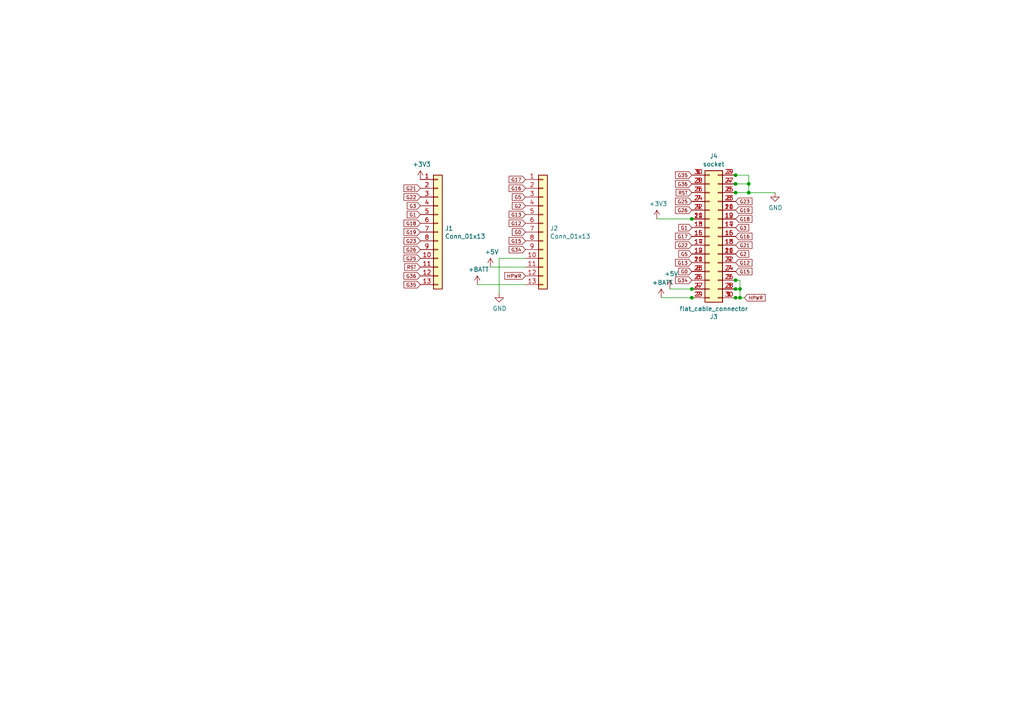
<source format=kicad_sch>
(kicad_sch (version 20230121) (generator eeschema)
  (paper "A4")
  (lib_symbols
    (symbol "Connector_Generic:Conn_01x13" (pin_names (offset 1.016) hide)
      (property "Reference" "J" (at 0 17.78 0))
      (property "Value" "Conn_01x13" (at 0 -17.78 0))
      (symbol "Conn_01x13_1_1"
        (rectangle (start -1.27 -15.113) (end 0 -15.367) (stroke (width 0.1524)))
        (rectangle (start -1.27 -12.573) (end 0 -12.827) (stroke (width 0.1524)))
        (rectangle (start -1.27 -10.033) (end 0 -10.287) (stroke (width 0.1524)))
        (rectangle (start -1.27 -7.493) (end 0 -7.747) (stroke (width 0.1524)))
        (rectangle (start -1.27 -4.953) (end 0 -5.207) (stroke (width 0.1524)))
        (rectangle (start -1.27 -2.413) (end 0 -2.667) (stroke (width 0.1524)))
        (rectangle (start -1.27 0.127) (end 0 -0.127) (stroke (width 0.1524)))
        (rectangle (start -1.27 2.667) (end 0 2.413) (stroke (width 0.1524)))
        (rectangle (start -1.27 5.207) (end 0 4.953) (stroke (width 0.1524)))
        (rectangle (start -1.27 7.747) (end 0 7.493) (stroke (width 0.1524)))
        (rectangle (start -1.27 10.287) (end 0 10.033) (stroke (width 0.1524)))
        (rectangle (start -1.27 12.827) (end 0 12.573) (stroke (width 0.1524)))
        (rectangle (start -1.27 15.367) (end 0 15.113) (stroke (width 0.1524)))
        (rectangle (start -1.27 16.51) (end 1.27 -16.51) (stroke (width 0.254)) (fill (type background)))
        (pin passive line (at -5.08 15.24 0) (length 3.81) (name "Pin_1") (number "1"))
        (pin passive line (at -5.08 -7.62 0) (length 3.81) (name "Pin_10") (number "10"))
        (pin passive line (at -5.08 -10.16 0) (length 3.81) (name "Pin_11") (number "11"))
        (pin passive line (at -5.08 -12.7 0) (length 3.81) (name "Pin_12") (number "12"))
        (pin passive line (at -5.08 -15.24 0) (length 3.81) (name "Pin_13") (number "13"))
        (pin passive line (at -5.08 12.7 0) (length 3.81) (name "Pin_2") (number "2"))
        (pin passive line (at -5.08 10.16 0) (length 3.81) (name "Pin_3") (number "3"))
        (pin passive line (at -5.08 7.62 0) (length 3.81) (name "Pin_4") (number "4"))
        (pin passive line (at -5.08 5.08 0) (length 3.81) (name "Pin_5") (number "5"))
        (pin passive line (at -5.08 2.54 0) (length 3.81) (name "Pin_6") (number "6"))
        (pin passive line (at -5.08 0 0) (length 3.81) (name "Pin_7") (number "7"))
        (pin passive line (at -5.08 -2.54 0) (length 3.81) (name "Pin_8") (number "8"))
        (pin passive line (at -5.08 -5.08 0) (length 3.81) (name "Pin_9") (number "9"))
      )
    )
    (symbol "Connector_Generic:Conn_02x15_Odd_Even" (pin_names (offset 1.016) hide)
      (property "Reference" "J" (at 1.27 20.32 0))
      (property "Value" "Conn_02x15_Odd_Even" (at 1.27 -20.32 0))
      (symbol "Conn_02x15_Odd_Even_1_1"
        (rectangle (start -1.27 -17.653) (end 0 -17.907) (stroke (width 0.1524)))
        (rectangle (start -1.27 -15.113) (end 0 -15.367) (stroke (width 0.1524)))
        (rectangle (start -1.27 -12.573) (end 0 -12.827) (stroke (width 0.1524)))
        (rectangle (start -1.27 -10.033) (end 0 -10.287) (stroke (width 0.1524)))
        (rectangle (start -1.27 -7.493) (end 0 -7.747) (stroke (width 0.1524)))
        (rectangle (start -1.27 -4.953) (end 0 -5.207) (stroke (width 0.1524)))
        (rectangle (start -1.27 -2.413) (end 0 -2.667) (stroke (width 0.1524)))
        (rectangle (start -1.27 0.127) (end 0 -0.127) (stroke (width 0.1524)))
        (rectangle (start -1.27 2.667) (end 0 2.413) (stroke (width 0.1524)))
        (rectangle (start -1.27 5.207) (end 0 4.953) (stroke (width 0.1524)))
        (rectangle (start -1.27 7.747) (end 0 7.493) (stroke (width 0.1524)))
        (rectangle (start -1.27 10.287) (end 0 10.033) (stroke (width 0.1524)))
        (rectangle (start -1.27 12.827) (end 0 12.573) (stroke (width 0.1524)))
        (rectangle (start -1.27 15.367) (end 0 15.113) (stroke (width 0.1524)))
        (rectangle (start -1.27 17.907) (end 0 17.653) (stroke (width 0.1524)))
        (rectangle (start -1.27 19.05) (end 3.81 -19.05) (stroke (width 0.254)) (fill (type background)))
        (rectangle (start 3.81 -17.653) (end 2.54 -17.907) (stroke (width 0.1524)))
        (rectangle (start 3.81 -15.113) (end 2.54 -15.367) (stroke (width 0.1524)))
        (rectangle (start 3.81 -12.573) (end 2.54 -12.827) (stroke (width 0.1524)))
        (rectangle (start 3.81 -10.033) (end 2.54 -10.287) (stroke (width 0.1524)))
        (rectangle (start 3.81 -7.493) (end 2.54 -7.747) (stroke (width 0.1524)))
        (rectangle (start 3.81 -4.953) (end 2.54 -5.207) (stroke (width 0.1524)))
        (rectangle (start 3.81 -2.413) (end 2.54 -2.667) (stroke (width 0.1524)))
        (rectangle (start 3.81 0.127) (end 2.54 -0.127) (stroke (width 0.1524)))
        (rectangle (start 3.81 2.667) (end 2.54 2.413) (stroke (width 0.1524)))
        (rectangle (start 3.81 5.207) (end 2.54 4.953) (stroke (width 0.1524)))
        (rectangle (start 3.81 7.747) (end 2.54 7.493) (stroke (width 0.1524)))
        (rectangle (start 3.81 10.287) (end 2.54 10.033) (stroke (width 0.1524)))
        (rectangle (start 3.81 12.827) (end 2.54 12.573) (stroke (width 0.1524)))
        (rectangle (start 3.81 15.367) (end 2.54 15.113) (stroke (width 0.1524)))
        (rectangle (start 3.81 17.907) (end 2.54 17.653) (stroke (width 0.1524)))
        (pin passive line (at -5.08 17.78 0) (length 3.81) (name "Pin_1") (number "1"))
        (pin passive line (at 7.62 7.62 180) (length 3.81) (name "Pin_10") (number "10"))
        (pin passive line (at -5.08 5.08 0) (length 3.81) (name "Pin_11") (number "11"))
        (pin passive line (at 7.62 5.08 180) (length 3.81) (name "Pin_12") (number "12"))
        (pin passive line (at -5.08 2.54 0) (length 3.81) (name "Pin_13") (number "13"))
        (pin passive line (at 7.62 2.54 180) (length 3.81) (name "Pin_14") (number "14"))
        (pin passive line (at -5.08 0 0) (length 3.81) (name "Pin_15") (number "15"))
        (pin passive line (at 7.62 0 180) (length 3.81) (name "Pin_16") (number "16"))
        (pin passive line (at -5.08 -2.54 0) (length 3.81) (name "Pin_17") (number "17"))
        (pin passive line (at 7.62 -2.54 180) (length 3.81) (name "Pin_18") (number "18"))
        (pin passive line (at -5.08 -5.08 0) (length 3.81) (name "Pin_19") (number "19"))
        (pin passive line (at 7.62 17.78 180) (length 3.81) (name "Pin_2") (number "2"))
        (pin passive line (at 7.62 -5.08 180) (length 3.81) (name "Pin_20") (number "20"))
        (pin passive line (at -5.08 -7.62 0) (length 3.81) (name "Pin_21") (number "21"))
        (pin passive line (at 7.62 -7.62 180) (length 3.81) (name "Pin_22") (number "22"))
        (pin passive line (at -5.08 -10.16 0) (length 3.81) (name "Pin_23") (number "23"))
        (pin passive line (at 7.62 -10.16 180) (length 3.81) (name "Pin_24") (number "24"))
        (pin passive line (at -5.08 -12.7 0) (length 3.81) (name "Pin_25") (number "25"))
        (pin passive line (at 7.62 -12.7 180) (length 3.81) (name "Pin_26") (number "26"))
        (pin passive line (at -5.08 -15.24 0) (length 3.81) (name "Pin_27") (number "27"))
        (pin passive line (at 7.62 -15.24 180) (length 3.81) (name "Pin_28") (number "28"))
        (pin passive line (at -5.08 -17.78 0) (length 3.81) (name "Pin_29") (number "29"))
        (pin passive line (at -5.08 15.24 0) (length 3.81) (name "Pin_3") (number "3"))
        (pin passive line (at 7.62 -17.78 180) (length 3.81) (name "Pin_30") (number "30"))
        (pin passive line (at 7.62 15.24 180) (length 3.81) (name "Pin_4") (number "4"))
        (pin passive line (at -5.08 12.7 0) (length 3.81) (name "Pin_5") (number "5"))
        (pin passive line (at 7.62 12.7 180) (length 3.81) (name "Pin_6") (number "6"))
        (pin passive line (at -5.08 10.16 0) (length 3.81) (name "Pin_7") (number "7"))
        (pin passive line (at 7.62 10.16 180) (length 3.81) (name "Pin_8") (number "8"))
        (pin passive line (at -5.08 7.62 0) (length 3.81) (name "Pin_9") (number "9"))
      )
    )
    (symbol "bottom_pcb-rescue:+3.3V-power" (power) (pin_names (offset 0))
      (property "Value" "+3.3V-power" (at 0 3.556 0))
      (symbol "+3.3V-power_0_1"
        (polyline (pts (xy -0.762 1.27) (xy 0 2.54)))
        (polyline (pts (xy 0 0) (xy 0 2.54)))
        (polyline (pts (xy 0 2.54) (xy 0.762 1.27)))
      )
      (symbol "+3.3V-power_1_1"
        (pin power_in line (at 0 0 90) (length 0) hide (name "+3V3") (number "1"))
      )
    )
    (symbol "power:+5V" (power) (pin_names (offset 0))
      (property "Value" "+5V" (at 0 3.556 0))
      (symbol "+5V_0_1"
        (polyline (pts (xy -0.762 1.27) (xy 0 2.54)))
        (polyline (pts (xy 0 0) (xy 0 2.54)))
        (polyline (pts (xy 0 2.54) (xy 0.762 1.27)))
      )
      (symbol "+5V_1_1"
        (pin power_in line (at 0 0 90) (length 0) hide (name "+5V") (number "1"))
      )
    )
    (symbol "power:+BATT" (power) (pin_names (offset 0))
      (property "Value" "+BATT" (at 0 3.556 0))
      (symbol "+BATT_0_1"
        (polyline (pts (xy -0.762 1.27) (xy 0 2.54)))
        (polyline (pts (xy 0 0) (xy 0 2.54)))
        (polyline (pts (xy 0 2.54) (xy 0.762 1.27)))
      )
      (symbol "+BATT_1_1"
        (pin power_in line (at 0 0 90) (length 0) hide (name "+BATT") (number "1"))
      )
    )
    (symbol "power:GND" (power) (pin_names (offset 0))
      (property "Value" "GND" (at 0 -3.81 0))
      (symbol "GND_0_1"
        (polyline (pts (xy 0 0) (xy 0 -1.27) (xy 1.27 -1.27) (xy 0 -2.54) (xy -1.27 -1.27) (xy 0 -1.27)))
      )
      (symbol "GND_1_1"
        (pin power_in line (at 0 0 270) (length 0) hide (name "GND") (number "1"))
      )
    )
  )
  (junction (at 200.66 83.82))
  (junction (at 217.17 55.88))
  (junction (at 213.36 81.28))
  (junction (at 200.66 86.36))
  (junction (at 213.36 55.88))
  (junction (at 213.36 53.34))
  (junction (at 214.63 83.82))
  (junction (at 214.63 86.36))
  (junction (at 217.17 53.34))
  (junction (at 213.36 86.36))
  (junction (at 213.36 50.8))
  (junction (at 213.36 83.82))
  (junction (at 200.66 63.5))
  (wire (pts (xy 144.78 85.09) (xy 144.78 74.93)))
  (wire (pts (xy 214.63 86.36) (xy 214.63 83.82)))
  (wire (pts (xy 214.63 83.82) (xy 214.63 81.28)))
  (wire (pts (xy 191.77 86.36) (xy 200.66 86.36)))
  (wire (pts (xy 200.66 83.82) (xy 194.31 83.82)))
  (wire (pts (xy 142.24 77.47) (xy 152.4 77.47)))
  (wire (pts (xy 217.17 53.34) (xy 217.17 55.88)))
  (wire (pts (xy 144.78 74.93) (xy 152.4 74.93)))
  (wire (pts (xy 213.36 50.8) (xy 217.17 50.8)))
  (wire (pts (xy 213.36 86.36) (xy 214.63 86.36)))
  (wire (pts (xy 213.36 53.34) (xy 217.17 53.34)))
  (wire (pts (xy 214.63 86.36) (xy 215.9 86.36)))
  (wire (pts (xy 200.66 63.5) (xy 190.5 63.5)))
  (wire (pts (xy 217.17 50.8) (xy 217.17 53.34)))
  (wire (pts (xy 213.36 83.82) (xy 214.63 83.82)))
  (wire (pts (xy 217.17 55.88) (xy 224.79 55.88)))
  (wire (pts (xy 138.43 82.55) (xy 152.4 82.55)))
  (wire (pts (xy 214.63 81.28) (xy 213.36 81.28)))
  (wire (pts (xy 213.36 55.88) (xy 217.17 55.88)))
  (global_label "G19" (shape input) (at 121.92 67.31 180) (effects (font (size 0.9906 0.9906))) (property "Intersheetrefs" "${INTERSHEET_REFS}" (effects hide)))
  (global_label "G25" (shape input) (at 121.92 74.93 180) (effects (font (size 0.9906 0.9906))) (property "Intersheetrefs" "${INTERSHEET_REFS}" (effects hide)))
  (global_label "G35" (shape input) (at 200.66 50.8 180) (effects (font (size 0.9906 0.9906))) (property "Intersheetrefs" "${INTERSHEET_REFS}" (effects hide)))
  (global_label "G16" (shape input) (at 213.36 68.58 0) (effects (font (size 0.9906 0.9906))) (property "Intersheetrefs" "${INTERSHEET_REFS}" (effects hide)))
  (global_label "G34" (shape input) (at 152.4 72.39 180) (effects (font (size 0.9906 0.9906))) (property "Intersheetrefs" "${INTERSHEET_REFS}" (effects hide)))
  (global_label "G0" (shape input) (at 152.4 67.31 180) (effects (font (size 0.9906 0.9906))) (property "Intersheetrefs" "${INTERSHEET_REFS}" (effects hide)))
  (global_label "G22" (shape input) (at 121.92 57.15 180) (effects (font (size 0.9906 0.9906))) (property "Intersheetrefs" "${INTERSHEET_REFS}" (effects hide)))
  (global_label "G21" (shape input) (at 121.92 54.61 180) (effects (font (size 0.9906 0.9906))) (property "Intersheetrefs" "${INTERSHEET_REFS}" (effects hide)))
  (global_label "G36" (shape input) (at 200.66 53.34 180) (effects (font (size 0.9906 0.9906))) (property "Intersheetrefs" "${INTERSHEET_REFS}" (effects hide)))
  (global_label "G2" (shape input) (at 152.4 59.69 180) (effects (font (size 0.9906 0.9906))) (property "Intersheetrefs" "${INTERSHEET_REFS}" (effects hide)))
  (global_label "G2" (shape input) (at 213.36 73.66 0) (effects (font (size 0.9906 0.9906))) (property "Intersheetrefs" "${INTERSHEET_REFS}" (effects hide)))
  (global_label "G25" (shape input) (at 200.66 58.42 180) (effects (font (size 0.9906 0.9906))) (property "Intersheetrefs" "${INTERSHEET_REFS}" (effects hide)))
  (global_label "G1" (shape input) (at 121.92 62.23 180) (effects (font (size 0.9906 0.9906))) (property "Intersheetrefs" "${INTERSHEET_REFS}" (effects hide)))
  (global_label "G21" (shape input) (at 213.36 71.12 0) (effects (font (size 0.9906 0.9906))) (property "Intersheetrefs" "${INTERSHEET_REFS}" (effects hide)))
  (global_label "HPWR" (shape input) (at 215.9 86.36 0) (effects (font (size 0.9906 0.9906))) (property "Intersheetrefs" "${INTERSHEET_REFS}" (effects hide)))
  (global_label "G12" (shape input) (at 152.4 64.77 180) (effects (font (size 0.9906 0.9906))) (property "Intersheetrefs" "${INTERSHEET_REFS}" (effects hide)))
  (global_label "G26" (shape input) (at 121.92 72.39 180) (effects (font (size 0.9906 0.9906))) (property "Intersheetrefs" "${INTERSHEET_REFS}" (effects hide)))
  (global_label "G12" (shape input) (at 213.36 76.2 0) (effects (font (size 0.9906 0.9906))) (property "Intersheetrefs" "${INTERSHEET_REFS}" (effects hide)))
  (global_label "G35" (shape input) (at 121.92 82.55 180) (effects (font (size 0.9906 0.9906))) (property "Intersheetrefs" "${INTERSHEET_REFS}" (effects hide)))
  (global_label "G15" (shape input) (at 213.36 78.74 0) (effects (font (size 0.9906 0.9906))) (property "Intersheetrefs" "${INTERSHEET_REFS}" (effects hide)))
  (global_label "G0" (shape input) (at 200.66 78.74 180) (effects (font (size 0.9906 0.9906))) (property "Intersheetrefs" "${INTERSHEET_REFS}" (effects hide)))
  (global_label "G17" (shape input) (at 152.4 52.07 180) (effects (font (size 0.9906 0.9906))) (property "Intersheetrefs" "${INTERSHEET_REFS}" (effects hide)))
  (global_label "G3" (shape input) (at 121.92 59.69 180) (effects (font (size 0.9906 0.9906))) (property "Intersheetrefs" "${INTERSHEET_REFS}" (effects hide)))
  (global_label "G5" (shape input) (at 200.66 73.66 180) (effects (font (size 0.9906 0.9906))) (property "Intersheetrefs" "${INTERSHEET_REFS}" (effects hide)))
  (global_label "G15" (shape input) (at 152.4 69.85 180) (effects (font (size 0.9906 0.9906))) (property "Intersheetrefs" "${INTERSHEET_REFS}" (effects hide)))
  (global_label "HPWR" (shape input) (at 152.4 80.01 180) (effects (font (size 0.9906 0.9906))) (property "Intersheetrefs" "${INTERSHEET_REFS}" (effects hide)))
  (global_label "G22" (shape input) (at 200.66 71.12 180) (effects (font (size 0.9906 0.9906))) (property "Intersheetrefs" "${INTERSHEET_REFS}" (effects hide)))
  (global_label "G1" (shape input) (at 200.66 66.04 180) (effects (font (size 0.9906 0.9906))) (property "Intersheetrefs" "${INTERSHEET_REFS}" (effects hide)))
  (global_label "G18" (shape input) (at 121.92 64.77 180) (effects (font (size 0.9906 0.9906))) (property "Intersheetrefs" "${INTERSHEET_REFS}" (effects hide)))
  (global_label "G26" (shape input) (at 200.66 60.96 180) (effects (font (size 0.9906 0.9906))) (property "Intersheetrefs" "${INTERSHEET_REFS}" (effects hide)))
  (global_label "G3" (shape input) (at 213.36 66.04 0) (effects (font (size 0.9906 0.9906))) (property "Intersheetrefs" "${INTERSHEET_REFS}" (effects hide)))
  (global_label "G36" (shape input) (at 121.92 80.01 180) (effects (font (size 0.9906 0.9906))) (property "Intersheetrefs" "${INTERSHEET_REFS}" (effects hide)))
  (global_label "RST" (shape input) (at 200.66 55.88 180) (effects (font (size 0.9906 0.9906))) (property "Intersheetrefs" "${INTERSHEET_REFS}" (effects hide)))
  (global_label "G19" (shape input) (at 213.36 60.96 0) (effects (font (size 0.9906 0.9906))) (property "Intersheetrefs" "${INTERSHEET_REFS}" (effects hide)))
  (global_label "G16" (shape input) (at 152.4 54.61 180) (effects (font (size 0.9906 0.9906))) (property "Intersheetrefs" "${INTERSHEET_REFS}" (effects hide)))
  (global_label "G23" (shape input) (at 213.36 58.42 0) (effects (font (size 0.9906 0.9906))) (property "Intersheetrefs" "${INTERSHEET_REFS}" (effects hide)))
  (global_label "G23" (shape input) (at 121.92 69.85 180) (effects (font (size 0.9906 0.9906))) (property "Intersheetrefs" "${INTERSHEET_REFS}" (effects hide)))
  (global_label "G5" (shape input) (at 152.4 57.15 180) (effects (font (size 0.9906 0.9906))) (property "Intersheetrefs" "${INTERSHEET_REFS}" (effects hide)))
  (global_label "G34" (shape input) (at 200.66 81.28 180) (effects (font (size 0.9906 0.9906))) (property "Intersheetrefs" "${INTERSHEET_REFS}" (effects hide)))
  (global_label "G13" (shape input) (at 200.66 76.2 180) (effects (font (size 0.9906 0.9906))) (property "Intersheetrefs" "${INTERSHEET_REFS}" (effects hide)))
  (global_label "G17" (shape input) (at 200.66 68.58 180) (effects (font (size 0.9906 0.9906))) (property "Intersheetrefs" "${INTERSHEET_REFS}" (effects hide)))
  (global_label "G18" (shape input) (at 213.36 63.5 0) (effects (font (size 0.9906 0.9906))) (property "Intersheetrefs" "${INTERSHEET_REFS}" (effects hide)))
  (global_label "RST" (shape input) (at 121.92 77.47 180) (effects (font (size 0.9906 0.9906))) (property "Intersheetrefs" "${INTERSHEET_REFS}" (effects hide)))
  (global_label "G13" (shape input) (at 152.4 62.23 180) (effects (font (size 0.9906 0.9906))) (property "Intersheetrefs" "${INTERSHEET_REFS}" (effects hide)))
  (symbol (lib_id "Connector_Generic:Conn_02x15_Odd_Even") (at 208.28 68.58 180) (unit 1)
    (property "Reference" "J3" (at 207.01 91.8718 0))
    (property "Value" "flat_cable_connector" (at 207.01 89.5604 0))
    (property "Footprint" "Connector_FFC-FPC:Hirose_FH12-30S-0.5SH_1x30-1MP_P0.50mm_Horizontal" (effects hide))
  )
  (symbol (lib_id "power:+5V") (at 142.24 77.47 0) (unit 1)
    (property "Reference" "#PWR0103" (effects hide))
    (property "Value" "+5V" (at 142.621 73.0758 0))
  )
  (symbol (lib_id "power:+BATT") (at 138.43 82.55 0) (unit 1)
    (property "Reference" "#PWR0104" (effects hide))
    (property "Value" "+BATT" (at 138.811 78.1558 0))
  )
  (symbol (lib_id "Connector_Generic:Conn_02x15_Odd_Even") (at 205.74 68.58 0) (unit 1)
    (property "Reference" "J4" (at 207.01 45.2882 0))
    (property "Value" "socket" (at 207.01 47.5996 0))
    (property "Footprint" "footprints:PinSocket_2x15_P2.54mm_Vertical_SMD_just_for_M5Stack_bottom_pcb" (effects hide))
  )
  (symbol (lib_id "power:+5V") (at 194.31 83.82 0) (unit 1)
    (property "Reference" "#PWR0105" (effects hide))
    (property "Value" "+5V" (at 194.691 79.4258 0))
  )
  (symbol (lib_id "power:+BATT") (at 191.77 86.36 0) (unit 1)
    (property "Reference" "#PWR0106" (effects hide))
    (property "Value" "+BATT" (at 192.151 81.9658 0))
  )
  (symbol (lib_id "power:GND") (at 224.79 55.88 0) (unit 1)
    (property "Reference" "#PWR0109" (effects hide))
    (property "Value" "GND" (at 224.917 60.2742 0))
  )
  (symbol (lib_id "bottom_pcb-rescue:+3.3V-power") (at 121.92 52.07 0) (unit 1)
    (property "Reference" "#PWR0110" (effects hide))
    (property "Value" "+3.3V" (at 122.301 47.6758 0))
  )
  (symbol (lib_id "bottom_pcb-rescue:+3.3V-power") (at 190.5 63.5 0) (unit 1)
    (property "Reference" "#PWR0113" (effects hide))
    (property "Value" "+3.3V" (at 190.881 59.1058 0))
  )
  (symbol (lib_id "power:GND") (at 144.78 85.09 0) (unit 1)
    (property "Reference" "#PWR0116" (effects hide))
    (property "Value" "GND" (at 144.907 89.4842 0))
  )
  (symbol (lib_id "Connector_Generic:Conn_01x13") (at 157.48 67.31 0) (unit 1)
    (property "Reference" "J2" (at 159.512 66.2432 0) (effects (justify left)))
    (property "Value" "Conn_01x13" (at 159.512 68.5546 0) (effects (justify left)))
    (property "Footprint" "footprints:PinSocket_1x13_P2.54mm_Vertical_without_silks" (effects hide))
  )
  (symbol (lib_id "Connector_Generic:Conn_01x13") (at 127 67.31 0) (unit 1)
    (property "Reference" "J1" (at 129.032 66.2432 0) (effects (justify left)))
    (property "Value" "Conn_01x13" (at 129.032 68.5546 0) (effects (justify left)))
    (property "Footprint" "footprints:PinSocket_1x13_P2.54mm_Vertical_without_silks" (effects hide))
  )
)
</source>
